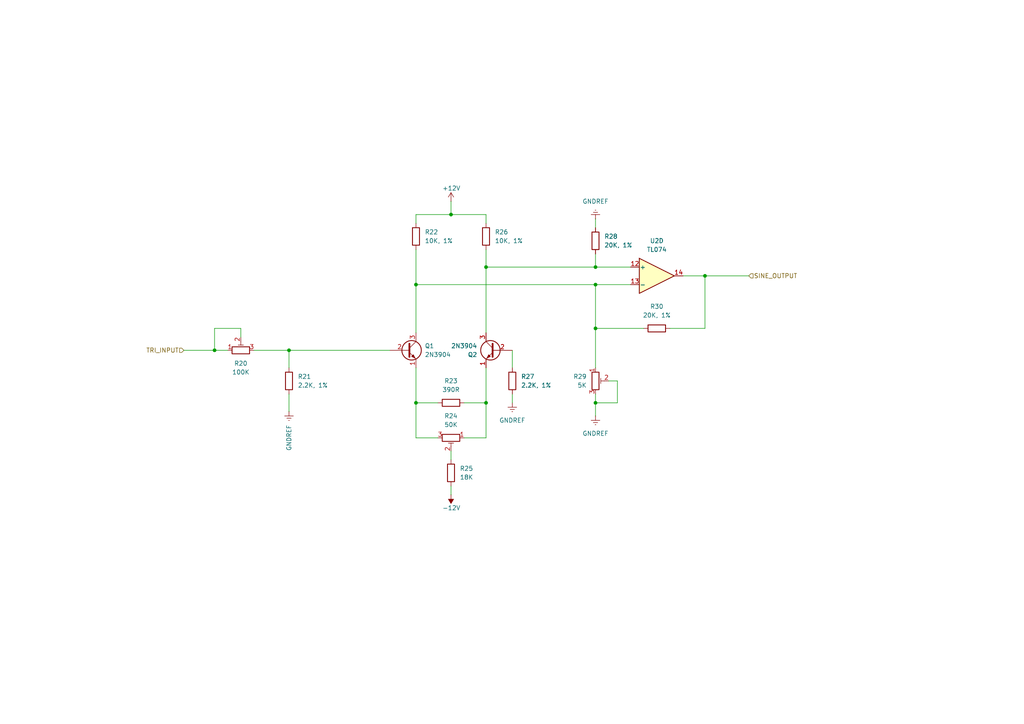
<source format=kicad_sch>
(kicad_sch (version 20231120) (generator "eeschema") (generator_version "8.0")
  (paper "A4")
  (lib_symbols
    (symbol "Amplifier_Operational:TL074" (pin_names (offset 0.127))
      (property "Reference" "U" (at 0 5.08 0))
      (property "Value" "TL074" (at 0 -5.08 0))
      (symbol "TL074_1_1"
        (polyline (pts (xy -5.08 5.08) (xy 5.08 0) (xy -5.08 -5.08) (xy -5.08 5.08)) (stroke (width 0.254)) (fill (type background)))
        (pin output line (at 7.62 0 180) (length 2.54) (name "~") (number "1"))
        (pin input line (at -7.62 -2.54 0) (length 2.54) (name "-") (number "2"))
        (pin input line (at -7.62 2.54 0) (length 2.54) (name "+") (number "3"))
      )
      (symbol "TL074_2_1"
        (polyline (pts (xy -5.08 5.08) (xy 5.08 0) (xy -5.08 -5.08) (xy -5.08 5.08)) (stroke (width 0.254)) (fill (type background)))
        (pin input line (at -7.62 2.54 0) (length 2.54) (name "+") (number "5"))
        (pin input line (at -7.62 -2.54 0) (length 2.54) (name "-") (number "6"))
        (pin output line (at 7.62 0 180) (length 2.54) (name "~") (number "7"))
      )
      (symbol "TL074_3_1"
        (polyline (pts (xy -5.08 5.08) (xy 5.08 0) (xy -5.08 -5.08) (xy -5.08 5.08)) (stroke (width 0.254)) (fill (type background)))
        (pin input line (at -7.62 2.54 0) (length 2.54) (name "+") (number "10"))
        (pin output line (at 7.62 0 180) (length 2.54) (name "~") (number "8"))
        (pin input line (at -7.62 -2.54 0) (length 2.54) (name "-") (number "9"))
      )
      (symbol "TL074_4_1"
        (polyline (pts (xy -5.08 5.08) (xy 5.08 0) (xy -5.08 -5.08) (xy -5.08 5.08)) (stroke (width 0.254)) (fill (type background)))
        (pin input line (at -7.62 2.54 0) (length 2.54) (name "+") (number "12"))
        (pin input line (at -7.62 -2.54 0) (length 2.54) (name "-") (number "13"))
        (pin output line (at 7.62 0 180) (length 2.54) (name "~") (number "14"))
      )
      (symbol "TL074_5_1"
        (pin power_in line (at -2.54 -7.62 90) (length 3.81) (name "V-") (number "11"))
        (pin power_in line (at -2.54 7.62 270) (length 3.81) (name "V+") (number "4"))
      )
    )
    (symbol "Transistor_BJT:2N3904" (pin_names (offset 0) hide)
      (property "Reference" "Q" (at 5.08 1.905 0))
      (property "Value" "2N3904" (at 5.08 0 0))
      (symbol "2N3904_0_1"
        (polyline (pts (xy 0.635 0.635) (xy 2.54 2.54)))
        (polyline (pts (xy 0.635 -0.635) (xy 2.54 -2.54) (xy 2.54 -2.54)))
        (polyline (pts (xy 0.635 1.905) (xy 0.635 -1.905) (xy 0.635 -1.905)) (stroke (width 0.508)))
        (polyline (pts (xy 1.27 -1.778) (xy 1.778 -1.27) (xy 2.286 -2.286) (xy 1.27 -1.778) (xy 1.27 -1.778)) (fill (type outline)))
        (circle (center 1.27 0) (radius 2.8194) (stroke (width 0.254)))
      )
      (symbol "2N3904_1_1"
        (pin passive line (at 2.54 -5.08 90) (length 2.54) (name "E") (number "1"))
        (pin passive line (at -5.08 0 0) (length 5.715) (name "B") (number "2"))
        (pin passive line (at 2.54 5.08 270) (length 2.54) (name "C") (number "3"))
      )
    )
    (symbol "power:+12V" (power) (pin_numbers hide) (pin_names (offset 0) hide)
      (property "Value" "+12V" (at 0 3.556 0))
      (symbol "+12V_0_1"
        (polyline (pts (xy -0.762 1.27) (xy 0 2.54)))
        (polyline (pts (xy 0 0) (xy 0 2.54)))
        (polyline (pts (xy 0 2.54) (xy 0.762 1.27)))
      )
      (symbol "+12V_1_1"
        (pin power_in line (at 0 0 90) (length 0) (name "~") (number "1"))
      )
    )
    (symbol "power:-12V" (power) (pin_numbers hide) (pin_names (offset 0) hide)
      (property "Value" "-12V" (at 0 3.556 0))
      (symbol "-12V_0_0"
        (pin power_in line (at 0 0 90) (length 0) (name "~") (number "1"))
      )
      (symbol "-12V_0_1"
        (polyline (pts (xy 0 0) (xy 0 1.27) (xy 0.762 1.27) (xy 0 2.54) (xy -0.762 1.27) (xy 0 1.27)) (fill (type outline)))
      )
    )
    (symbol "power:GNDREF" (power) (pin_numbers hide) (pin_names (offset 0) hide)
      (property "Value" "GNDREF" (at 0 -3.81 0))
      (symbol "GNDREF_0_1"
        (polyline (pts (xy -0.635 -1.905) (xy 0.635 -1.905)))
        (polyline (pts (xy -0.127 -2.54) (xy 0.127 -2.54)))
        (polyline (pts (xy 0 -1.27) (xy 0 0)))
        (polyline (pts (xy 1.27 -1.27) (xy -1.27 -1.27)))
      )
      (symbol "GNDREF_1_1"
        (pin power_in line (at 0 0 270) (length 0) (name "~") (number "1"))
      )
    )
    (symbol "synth:R_Default" (pin_numbers hide) (pin_names (offset 0))
      (property "Reference" "R" (at -2.032 0 90))
      (property "Value" "R1" (at 2.032 0 90))
      (symbol "R_Default_0_1"
        (rectangle (start 1.016 -2.54) (end -1.016 2.54) (stroke (width 0.254)))
      )
      (symbol "R_Default_1_1"
        (pin passive line (at 0 -3.81 90) (length 1.27) (name "~") (number "1"))
        (pin passive line (at 0 3.81 270) (length 1.27) (name "~") (number "2"))
      )
    )
    (symbol "synth:R_Potentiometer_Trim (Bourns)" (pin_names (offset 1.016) hide)
      (property "Reference" "RV" (at -4.445 0 90))
      (property "Value" "R_Potentiometer_Trim (Bourns)" (at -2.54 0 90))
      (symbol "R_Potentiometer_Trim (Bourns)_0_1"
        (polyline (pts (xy 1.524 0.762) (xy 1.524 -0.762)))
        (polyline (pts (xy 2.54 0) (xy 1.524 0)))
        (rectangle (start 1.016 2.54) (end -1.016 -2.54) (stroke (width 0.254)))
      )
      (symbol "R_Potentiometer_Trim (Bourns)_1_1"
        (pin passive line (at 0 3.81 270) (length 1.27) (name "1") (number "1"))
        (pin passive line (at 3.81 0 180) (length 1.27) (name "2") (number "2"))
        (pin passive line (at 0 -3.81 90) (length 1.27) (name "3") (number "3"))
      )
    )
  )
  (junction (at 172.72 116.84))
  (junction (at 204.47 80.01))
  (junction (at 130.81 62.23))
  (junction (at 120.65 82.55))
  (junction (at 140.97 116.84))
  (junction (at 140.97 77.47))
  (junction (at 172.72 82.55))
  (junction (at 172.72 77.47))
  (junction (at 83.82 101.6))
  (junction (at 120.65 116.84))
  (junction (at 62.23 101.6))
  (junction (at 172.72 95.25))
  (wire (pts (xy 140.97 106.68) (xy 140.97 116.84)))
  (wire (pts (xy 172.72 77.47) (xy 182.88 77.47)))
  (wire (pts (xy 186.69 95.25) (xy 172.72 95.25)))
  (wire (pts (xy 120.65 72.39) (xy 120.65 82.55)))
  (wire (pts (xy 62.23 101.6) (xy 66.04 101.6)))
  (wire (pts (xy 83.82 106.68) (xy 83.82 101.6)))
  (wire (pts (xy 172.72 63.5) (xy 172.72 66.04)))
  (wire (pts (xy 120.65 82.55) (xy 172.72 82.55)))
  (wire (pts (xy 120.65 62.23) (xy 130.81 62.23)))
  (wire (pts (xy 130.81 130.81) (xy 130.81 133.35)))
  (wire (pts (xy 140.97 77.47) (xy 172.72 77.47)))
  (wire (pts (xy 127 127) (xy 120.65 127)))
  (wire (pts (xy 198.12 80.01) (xy 204.47 80.01)))
  (wire (pts (xy 130.81 140.97) (xy 130.81 143.51)))
  (wire (pts (xy 134.62 116.84) (xy 140.97 116.84)))
  (wire (pts (xy 120.65 64.77) (xy 120.65 62.23)))
  (wire (pts (xy 140.97 72.39) (xy 140.97 77.47)))
  (wire (pts (xy 140.97 62.23) (xy 140.97 64.77)))
  (wire (pts (xy 120.65 82.55) (xy 120.65 96.52)))
  (wire (pts (xy 172.72 82.55) (xy 182.88 82.55)))
  (wire (pts (xy 176.53 110.49) (xy 179.07 110.49)))
  (wire (pts (xy 194.31 95.25) (xy 204.47 95.25)))
  (wire (pts (xy 148.59 114.3) (xy 148.59 116.84)))
  (wire (pts (xy 53.34 101.6) (xy 62.23 101.6)))
  (wire (pts (xy 62.23 95.25) (xy 62.23 101.6)))
  (wire (pts (xy 83.82 101.6) (xy 113.03 101.6)))
  (wire (pts (xy 73.66 101.6) (xy 83.82 101.6)))
  (wire (pts (xy 172.72 95.25) (xy 172.72 106.68)))
  (wire (pts (xy 172.72 114.3) (xy 172.72 116.84)))
  (wire (pts (xy 120.65 127) (xy 120.65 116.84)))
  (wire (pts (xy 120.65 106.68) (xy 120.65 116.84)))
  (wire (pts (xy 69.85 97.79) (xy 69.85 95.25)))
  (wire (pts (xy 204.47 80.01) (xy 217.17 80.01)))
  (wire (pts (xy 172.72 73.66) (xy 172.72 77.47)))
  (wire (pts (xy 140.97 77.47) (xy 140.97 96.52)))
  (wire (pts (xy 130.81 62.23) (xy 140.97 62.23)))
  (wire (pts (xy 83.82 119.38) (xy 83.82 114.3)))
  (wire (pts (xy 134.62 127) (xy 140.97 127)))
  (wire (pts (xy 69.85 95.25) (xy 62.23 95.25)))
  (wire (pts (xy 172.72 95.25) (xy 172.72 82.55)))
  (wire (pts (xy 204.47 95.25) (xy 204.47 80.01)))
  (wire (pts (xy 120.65 116.84) (xy 127 116.84)))
  (wire (pts (xy 179.07 116.84) (xy 172.72 116.84)))
  (wire (pts (xy 148.59 106.68) (xy 148.59 101.6)))
  (wire (pts (xy 140.97 127) (xy 140.97 116.84)))
  (wire (pts (xy 179.07 110.49) (xy 179.07 116.84)))
  (wire (pts (xy 172.72 120.65) (xy 172.72 116.84)))
  (wire (pts (xy 130.81 58.42) (xy 130.81 62.23)))
  (hierarchical_label "TRI_INPUT" (shape input) (at 53.34 101.6 180))
  (hierarchical_label "SINE_OUTPUT" (shape input) (at 217.17 80.01 0))
  (symbol (lib_id "power:GNDREF") (at 172.72 63.5 180) (unit 1)
    (property "Reference" "#PWR043" (effects (hide yes)))
    (property "Value" "GNDREF" (at 172.72 58.42 0))
    (property "Description" "Power symbol creates a global label with name \"GNDREF\" , reference supply ground" (effects (hide yes)))
  )
  (symbol (lib_id "Transistor_BJT:2N3904") (at 118.11 101.6 0) (unit 1)
    (property "Reference" "Q1" (at 123.19 100.3299 0) (effects (justify left)))
    (property "Value" "2N3904" (at 123.19 102.8699 0) (effects (justify left)))
    (property "Footprint" "Package_TO_SOT_THT:TO-92L_HandSolder" (effects (hide yes)))
    (property "Datasheet" "https://www.onsemi.com/pub/Collateral/2N3903-D.PDF" (effects (hide yes)))
    (property "Description" "0.2A Ic, 40V Vce, Small Signal NPN Transistor, TO-92" (effects (hide yes)))
  )
  (symbol (lib_id "synth:R_Default") (at 190.5 95.25 90) (unit 1)
    (property "Reference" "R30" (at 190.5 88.9 90))
    (property "Value" "20K, 1%" (at 190.5 91.44 90))
    (property "Footprint" "Synth:R_Default (DIN0207)" (effects (hide yes)))
    (property "Description" "Resistor" (effects (hide yes)))
  )
  (symbol (lib_id "synth:R_Default") (at 140.97 68.58 0) (unit 1)
    (property "Reference" "R26" (at 143.51 67.3099 0) (effects (justify left)))
    (property "Value" "10K, 1%" (at 143.51 69.8499 0) (effects (justify left)))
    (property "Footprint" "Synth:R_Default (DIN0207)" (effects (hide yes)))
    (property "Description" "Resistor" (effects (hide yes)))
  )
  (symbol (lib_id "Transistor_BJT:2N3904") (at 143.51 101.6 0) (mirror y) (unit 1)
    (property "Reference" "Q2" (at 138.43 102.8701 0) (effects (justify left)))
    (property "Value" "2N3904" (at 138.43 100.3301 0) (effects (justify left)))
    (property "Footprint" "Package_TO_SOT_THT:TO-92L_HandSolder" (effects (hide yes)))
    (property "Datasheet" "https://www.onsemi.com/pub/Collateral/2N3903-D.PDF" (effects (hide yes)))
    (property "Description" "0.2A Ic, 40V Vce, Small Signal NPN Transistor, TO-92" (effects (hide yes)))
  )
  (symbol (lib_id "synth:R_Potentiometer_Trim (Bourns)") (at 69.85 101.6 90) (unit 1)
    (property "Reference" "R20" (at 69.85 105.41 90))
    (property "Value" "100K" (at 69.85 107.95 90))
    (property "Footprint" "Potentiometer_THT:Potentiometer_Bourns_3296W_Vertical" (effects (hide yes)))
    (property "Description" "Trim-potentiometer" (effects (hide yes)))
  )
  (symbol (lib_id "synth:R_Default") (at 120.65 68.58 0) (unit 1)
    (property "Reference" "R22" (at 123.19 67.3099 0) (effects (justify left)))
    (property "Value" "10K, 1%" (at 123.19 69.8499 0) (effects (justify left)))
    (property "Footprint" "Synth:R_Default (DIN0207)" (effects (hide yes)))
    (property "Description" "Resistor" (effects (hide yes)))
  )
  (symbol (lib_id "power:-12V") (at 130.81 143.51 180) (unit 1)
    (property "Reference" "#PWR041" (effects (hide yes)))
    (property "Value" "-12V" (at 128.27 147.32 0) (effects (justify right)))
    (property "Description" "Power symbol creates a global label with name \"-12V\"" (effects (hide yes)))
  )
  (symbol (lib_id "synth:R_Potentiometer_Trim (Bourns)") (at 172.72 110.49 0) (unit 1)
    (property "Reference" "R29" (at 170.18 109.2199 0) (effects (justify right)))
    (property "Value" "5K" (at 170.18 111.7599 0) (effects (justify right)))
    (property "Footprint" "Potentiometer_THT:Potentiometer_Bourns_3296W_Vertical" (effects (hide yes)))
    (property "Description" "Trim-potentiometer" (effects (hide yes)))
  )
  (symbol (lib_id "synth:R_Potentiometer_Trim (Bourns)") (at 130.81 127 270) (unit 1)
    (property "Reference" "R24" (at 130.81 120.65 90))
    (property "Value" "50K" (at 130.81 123.19 90))
    (property "Footprint" "Potentiometer_THT:Potentiometer_Bourns_3296W_Vertical" (effects (hide yes)))
    (property "Description" "Trim-potentiometer" (effects (hide yes)))
  )
  (symbol (lib_id "power:GNDREF") (at 83.82 119.38 0) (unit 1)
    (property "Reference" "#PWR039" (effects (hide yes)))
    (property "Value" "GNDREF" (at 83.8201 123.19 90) (effects (justify right)))
    (property "Description" "Power symbol creates a global label with name \"GNDREF\" , reference supply ground" (effects (hide yes)))
  )
  (symbol (lib_id "power:+12V") (at 130.81 58.42 0) (unit 1)
    (property "Reference" "#PWR040" (effects (hide yes)))
    (property "Value" "+12V" (at 128.27 54.61 0) (effects (justify left)))
    (property "Description" "Power symbol creates a global label with name \"+12V\"" (effects (hide yes)))
  )
  (symbol (lib_id "Amplifier_Operational:TL074") (at 190.5 80.01 0) (unit 4)
    (property "Reference" "U2" (at 190.5 69.85 0))
    (property "Value" "TL074" (at 190.5 72.39 0))
    (property "Footprint" "Package_DIP:DIP-14_W7.62mm_Socket_LongPads" (effects (hide yes)))
    (property "Datasheet" "http://www.ti.com/lit/ds/symlink/tl071.pdf" (effects (hide yes)))
    (property "Description" "Quad Low-Noise JFET-Input Operational Amplifiers, DIP-14/SOIC-14" (effects (hide yes)))
  )
  (symbol (lib_id "synth:R_Default") (at 83.82 110.49 0) (unit 1)
    (property "Reference" "R21" (at 86.36 109.2199 0) (effects (justify left)))
    (property "Value" "2.2K, 1%" (at 86.36 111.7599 0) (effects (justify left)))
    (property "Footprint" "Synth:R_Default (DIN0207)" (effects (hide yes)))
    (property "Description" "Resistor" (effects (hide yes)))
  )
  (symbol (lib_id "power:GNDREF") (at 148.59 116.84 0) (unit 1)
    (property "Reference" "#PWR042" (effects (hide yes)))
    (property "Value" "GNDREF" (at 148.59 121.92 0))
    (property "Description" "Power symbol creates a global label with name \"GNDREF\" , reference supply ground" (effects (hide yes)))
  )
  (symbol (lib_id "synth:R_Default") (at 148.59 110.49 180) (unit 1)
    (property "Reference" "R27" (at 151.13 109.2199 0) (effects (justify right)))
    (property "Value" "2.2K, 1%" (at 151.13 111.7599 0) (effects (justify right)))
    (property "Footprint" "Synth:R_Default (DIN0207)" (effects (hide yes)))
    (property "Description" "Resistor" (effects (hide yes)))
  )
  (symbol (lib_id "synth:R_Default") (at 130.81 137.16 0) (unit 1)
    (property "Reference" "R25" (at 133.35 135.8899 0) (effects (justify left)))
    (property "Value" "18K" (at 133.35 138.4299 0) (effects (justify left)))
    (property "Footprint" "Synth:R_Default (DIN0207)" (effects (hide yes)))
    (property "Description" "Resistor" (effects (hide yes)))
  )
  (symbol (lib_id "power:GNDREF") (at 172.72 120.65 0) (unit 1)
    (property "Reference" "#PWR044" (effects (hide yes)))
    (property "Value" "GNDREF" (at 172.72 125.73 0))
    (property "Description" "Power symbol creates a global label with name \"GNDREF\" , reference supply ground" (effects (hide yes)))
  )
  (symbol (lib_id "synth:R_Default") (at 172.72 69.85 180) (unit 1)
    (property "Reference" "R28" (at 175.26 68.5799 0) (effects (justify right)))
    (property "Value" "20K, 1%" (at 175.26 71.1199 0) (effects (justify right)))
    (property "Footprint" "Synth:R_Default (DIN0207)" (effects (hide yes)))
    (property "Description" "Resistor" (effects (hide yes)))
  )
  (symbol (lib_id "synth:R_Default") (at 130.81 116.84 270) (unit 1)
    (property "Reference" "R23" (at 130.81 110.49 90))
    (property "Value" "390R" (at 130.81 113.03 90))
    (property "Footprint" "Synth:R_Default (DIN0207)" (effects (hide yes)))
    (property "Description" "Resistor" (effects (hide yes)))
  )
)
</source>
